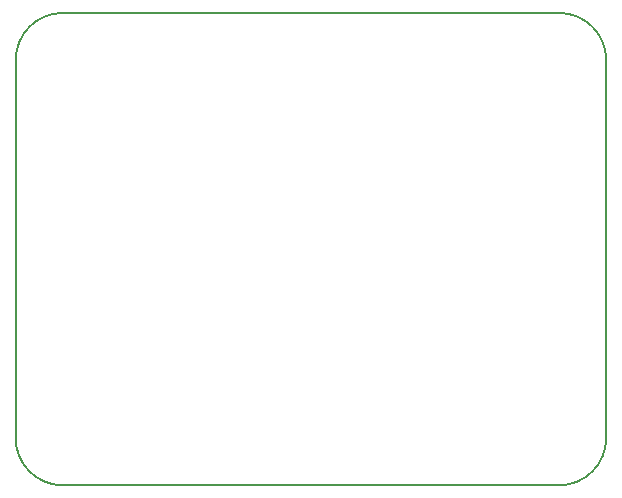
<source format=gbr>
G04 DipTrace 3.1.0.1*
G04 tas5806mROUTE.BoardOutline.gbr*
%MOIN*%
G04 #@! TF.FileFunction,Profile*
G04 #@! TF.Part,Single*
%ADD11C,0.005512*%
%FSLAX26Y26*%
G04*
G70*
G90*
G75*
G01*
G04 BoardOutline*
%LPD*%
X551496Y394016D2*
D11*
X2205039D1*
G03X2362520Y551496I1J157479D01*
G01*
Y1811339D1*
G03X2205039Y1968819I-157479J1D01*
G01*
X551496D1*
G03X394016Y1811339I-1J-157479D01*
G01*
Y551496D1*
G03X551496Y394016I157479J-1D01*
G01*
M02*

</source>
